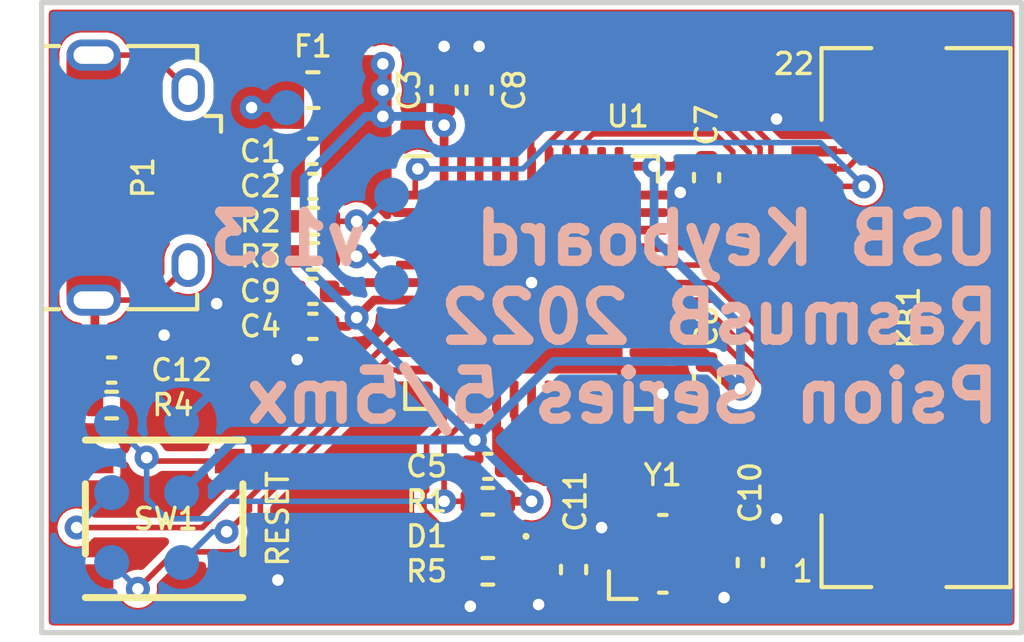
<source format=kicad_pcb>
(kicad_pcb (version 20211014) (generator pcbnew)
  (layers (0 "F.Cu" signal) (31 "B.Cu" signal) (34 "B.Paste" user) (35 "F.Paste" user) (36 "B.SilkS" user "B.Silkscreen") (37 "F.SilkS" user "F.Silkscreen") (38 "B.Mask" user) (39 "F.Mask" user) (44 "Edge.Cuts" user))
  (net 0 "")
  (net 1 "/COL_9")
  (net 2 "/COL_8")
  (net 3 "/COL_7")
  (net 4 "/COL_6")
  (net 5 "/COL_5")
  (net 6 "/COL_4")
  (net 7 "/COL_3")
  (net 8 "/COL_2")
  (net 9 "/ROW_08")
  (net 10 "/ROW_07")
  (net 11 "/ROW_06")
  (net 12 "/COL_1")
  (net 13 "/ROW_05")
  (net 14 "/ROW_04")
  (net 15 "/ROW_03")
  (net 16 "/ROW_02")
  (net 17 "/ROW_01")
  (net 18 "+5V")
  (net 19 "GND")
  (net 20 "Net-(C10-Pad1)")
  (net 21 "/VARef")
  (net 22 "/VUCap")
  (net 23 "/MISO")
  (net 24 "/SCK")
  (net 25 "/MOSI")
  (net 26 "/RESET")
  (net 27 "/COL_12")
  (net 28 "/COL_10")
  (net 29 "/COL_11")
  (net 30 "GNDPWR")
  (net 31 "Net-(D1-Pad1)")
  (net 32 "/LED")
  (net 33 "VBUS")
  (net 34 "/BUS+")
  (net 35 "/BUS-")
  (net 36 "/D-")
  (net 37 "/D+")
  (net 38 "/TMP")
  (net 39 "Net-(C11-Pad1)")
  (footprint "Package_DFN_QFN:QFN-44-1EP_7x7mm_P0.5mm_EP5.2x5.2mm" (layer "F.Cu") (at 163 106)
    (fp_text reference "U1" (at 2.75 -4.75) (layer "F.SilkS") (effects (font (size 0.6 0.6) (thickness 0.1))))
    (fp_text value "ATMEGA32U4-QFN44")
    (pad "1" smd roundrect (at -3.3375 -2.5) (size 1.075 0.25) (layers "F.Cu" "F.Paste" "F.Mask") (net 10 "/ROW_07"))
    (pad "2" smd roundrect (at -3.3375 -2) (size 1.075 0.25) (layers "F.Cu" "F.Paste" "F.Mask") (net 18 "+5V"))
    (pad "3" smd roundrect (at -3.3375 -1.5) (size 1.075 0.25) (layers "F.Cu" "F.Paste" "F.Mask") (net 36 "/D-"))
    (pad "4" smd roundrect (at -3.3375 -1) (size 1.075 0.25) (layers "F.Cu" "F.Paste" "F.Mask") (net 37 "/D+"))
    (pad "5" smd roundrect (at -3.3375 -0.5) (size 1.075 0.25) (layers "F.Cu" "F.Paste" "F.Mask") (net 19 "GND"))
    (pad "6" smd roundrect (at -3.3375 0) (size 1.075 0.25) (layers "F.Cu" "F.Paste" "F.Mask") (net 22 "/VUCap"))
    (pad "7" smd roundrect (at -3.3375 0.5) (size 1.075 0.25) (layers "F.Cu" "F.Paste" "F.Mask") (net 18 "+5V"))
    (pad "8" smd roundrect (at -3.3375 1) (size 1.075 0.25) (layers "F.Cu" "F.Paste" "F.Mask") (net 38 "/TMP"))
    (pad "9" smd roundrect (at -3.3375 1.5) (size 1.075 0.25) (layers "F.Cu" "F.Paste" "F.Mask") (net 24 "/SCK"))
    (pad "10" smd roundrect (at -3.3375 2) (size 1.075 0.25) (layers "F.Cu" "F.Paste" "F.Mask") (net 25 "/MOSI"))
    (pad "11" smd roundrect (at -3.3375 2.5) (size 1.075 0.25) (layers "F.Cu" "F.Paste" "F.Mask") (net 23 "/MISO"))
    (pad "12" smd roundrect (at -2.5 3.3375) (size 0.25 1.075) (layers "F.Cu" "F.Paste" "F.Mask") (net 32 "/LED"))
    (pad "13" smd roundrect (at -2 3.3375) (size 0.25 1.075) (layers "F.Cu" "F.Paste" "F.Mask") (net 26 "/RESET"))
    (pad "14" smd roundrect (at -1.5 3.3375) (size 0.25 1.075) (layers "F.Cu" "F.Paste" "F.Mask") (net 18 "+5V"))
    (pad "15" smd roundrect (at -1 3.3375) (size 0.25 1.075) (layers "F.Cu" "F.Paste" "F.Mask") (net 19 "GND"))
    (pad "16" smd roundrect (at -0.5 3.3375) (size 0.25 1.075) (layers "F.Cu" "F.Paste" "F.Mask") (net 39 "Net-(C11-Pad1)"))
    (pad "17" smd roundrect (at 0 3.3375) (size 0.25 1.075) (layers "F.Cu" "F.Paste" "F.Mask") (net 20 "Net-(C10-Pad1)"))
    (pad "18" smd roundrect (at 0.5 3.3375) (size 0.25 1.075) (layers "F.Cu" "F.Paste" "F.Mask") (net 1 "/COL_9"))
    (pad "19" smd roundrect (at 1 3.3375) (size 0.25 1.075) (layers "F.Cu" "F.Paste" "F.Mask") (net 27 "/COL_12"))
    (pad "20" smd roundrect (at 1.5 3.3375) (size 0.25 1.075) (layers "F.Cu" "F.Paste" "F.Mask") (net 29 "/COL_11"))
    (pad "21" smd roundrect (at 2 3.3375) (size 0.25 1.075) (layers "F.Cu" "F.Paste" "F.Mask") (net 28 "/COL_10"))
    (pad "22" smd roundrect (at 2.5 3.3375) (size 0.25 1.075) (layers "F.Cu" "F.Paste" "F.Mask") (net 2 "/COL_8"))
    (pad "23" smd roundrect (at 3.3375 2.5) (size 1.075 0.25) (layers "F.Cu" "F.Paste" "F.Mask") (net 19 "GND"))
    (pad "24" smd roundrect (at 3.3375 2) (size 1.075 0.25) (layers "F.Cu" "F.Paste" "F.Mask") (net 18 "+5V"))
    (pad "25" smd roundrect (at 3.3375 1.5) (size 1.075 0.25) (layers "F.Cu" "F.Paste" "F.Mask") (net 3 "/COL_7"))
    (pad "26" smd roundrect (at 3.3375 1) (size 1.075 0.25) (layers "F.Cu" "F.Paste" "F.Mask") (net 7 "/COL_3"))
    (pad "27" smd roundrect (at 3.3375 0.5) (size 1.075 0.25) (layers "F.Cu" "F.Paste" "F.Mask") (net 6 "/COL_4"))
    (pad "28" smd roundrect (at 3.3375 0) (size 1.075 0.25) (layers "F.Cu" "F.Paste" "F.Mask") (net 5 "/COL_5"))
    (pad "29" smd roundrect (at 3.3375 -0.5) (size 1.075 0.25) (layers "F.Cu" "F.Paste" "F.Mask") (net 4 "/COL_6"))
    (pad "30" smd roundrect (at 3.3375 -1) (size 1.075 0.25) (layers "F.Cu" "F.Paste" "F.Mask") (net 8 "/COL_2"))
    (pad "31" smd roundrect (at 3.3375 -1.5) (size 1.075 0.25) (layers "F.Cu" "F.Paste" "F.Mask") (net 15 "/ROW_03"))
    (pad "32" smd roundrect (at 3.3375 -2) (size 1.075 0.25) (layers "F.Cu" "F.Paste" "F.Mask") (net 14 "/ROW_04"))
    (pad "33" smd roundrect (at 3.3375 -2.5) (size 1.075 0.25) (layers "F.Cu" "F.Paste" "F.Mask") (net 19 "GND"))
    (pad "34" smd roundrect (at 2.5 -3.3375) (size 0.25 1.075) (layers "F.Cu" "F.Paste" "F.Mask") (net 18 "+5V"))
    (pad "35" smd roundrect (at 2 -3.3375) (size 0.25 1.075) (layers "F.Cu" "F.Paste" "F.Mask") (net 19 "GND"))
    (pad "36" smd roundrect (at 1.5 -3.3375) (size 0.25 1.075) (layers "F.Cu" "F.Paste" "F.Mask") (net 13 "/ROW_05"))
    (pad "37" smd roundrect (at 1 -3.3375) (size 0.25 1.075) (layers "F.Cu" "F.Paste" "F.Mask") (net 12 "/COL_1"))
    (pad "38" smd roundrect (at 0.5 -3.3375) (size 0.25 1.075) (layers "F.Cu" "F.Paste" "F.Mask") (net 16 "/ROW_02"))
    (pad "39" smd roundrect (at 0 -3.3375) (size 0.25 1.075) (layers "F.Cu" "F.Paste" "F.Mask") (net 11 "/ROW_06"))
    (pad "40" smd roundrect (at -0.5 -3.3375) (size 0.25 1.075) (layers "F.Cu" "F.Paste" "F.Mask") (net 17 "/ROW_01"))
    (pad "41" smd roundrect (at -1 -3.3375) (size 0.25 1.075) (layers "F.Cu" "F.Paste" "F.Mask") (net 9 "/ROW_08"))
    (pad "42" smd roundrect (at -1.5 -3.3375) (size 0.25 1.075) (layers "F.Cu" "F.Paste" "F.Mask") (net 21 "/VARef"))
    (pad "43" smd roundrect (at -2 -3.3375) (size 0.25 1.075) (layers "F.Cu" "F.Paste" "F.Mask") (net 19 "GND"))
    (pad "44" smd roundrect (at -2.5 -3.3375) (size 0.25 1.075) (layers "F.Cu" "F.Paste" "F.Mask") (net 18 "+5V"))
    (pad "45" smd rect (at 0 0) (size 5.2 5.2) (layers "F.Cu" "F.Mask") (net 19 "GND"))
  )
  (footprint "Capacitor_SMD:C_0402_1005Metric" (layer "F.Cu") (at 160.5 100.5 90)
    (fp_text reference "C3" (at 0 -1 90) (layer "F.SilkS") (effects (font (size 0.6 0.6) (thickness 0.1))))
    (fp_text value "100nF")
    (pad "1" smd roundrect (at -0.48 0 90) (size 0.56 0.62) (layers "F.Cu" "F.Paste" "F.Mask") (net 18 "+5V"))
    (pad "2" smd roundrect (at 0.48 0 90) (size 0.56 0.62) (layers "F.Cu" "F.Paste" "F.Mask") (net 19 "GND"))
  )
  (footprint "USB-Keyboard-Adapter-LIBRARY:FPC_22p-JUSHUO_AFC01-S22FCC-00" (layer "F.Cu") (at 171.075 107 90)
    (fp_text reference "KB1" (at 0 2.7 90) (layer "F.SilkS") (effects (font (size 0.6 0.6) (thickness 0.1))))
    (fp_text value "KEYBOARD-PSION-5MX")
    (pad "1" smd rect (at -5.25 0 90) (size 0.3 1.3) (layers "F.Cu" "F.Paste" "F.Mask") (net 19 "GND"))
    (pad "2" smd rect (at -4.75 0 90) (size 0.3 1.3) (layers "F.Cu" "F.Paste" "F.Mask") (net 1 "/COL_9"))
    (pad "3" smd rect (at -4.25 0 90) (size 0.3 1.3) (layers "F.Cu" "F.Paste" "F.Mask") (net 27 "/COL_12"))
    (pad "4" smd rect (at -3.75 0 90) (size 0.3 1.3) (layers "F.Cu" "F.Paste" "F.Mask") (net 29 "/COL_11"))
    (pad "5" smd rect (at -3.25 0 90) (size 0.3 1.3) (layers "F.Cu" "F.Paste" "F.Mask") (net 28 "/COL_10"))
    (pad "6" smd rect (at -2.75 0 90) (size 0.3 1.3) (layers "F.Cu" "F.Paste" "F.Mask") (net 2 "/COL_8"))
    (pad "7" smd rect (at -2.25 0 90) (size 0.3 1.3) (layers "F.Cu" "F.Paste" "F.Mask") (net 3 "/COL_7"))
    (pad "8" smd rect (at -1.75 0 90) (size 0.3 1.3) (layers "F.Cu" "F.Paste" "F.Mask") (net 7 "/COL_3"))
    (pad "9" smd rect (at -1.25 0 90) (size 0.3 1.3) (layers "F.Cu" "F.Paste" "F.Mask") (net 6 "/COL_4"))
    (pad "10" smd rect (at -0.75 0 90) (size 0.3 1.3) (layers "F.Cu" "F.Paste" "F.Mask") (net 5 "/COL_5"))
    (pad "11" smd rect (at -0.25 0 90) (size 0.3 1.3) (layers "F.Cu" "F.Paste" "F.Mask") (net 4 "/COL_6"))
    (pad "12" smd rect (at 0.25 0 90) (size 0.3 1.3) (layers "F.Cu" "F.Paste" "F.Mask") (net 8 "/COL_2"))
    (pad "13" smd rect (at 0.75 0 90) (size 0.3 1.3) (layers "F.Cu" "F.Paste" "F.Mask") (net 15 "/ROW_03"))
    (pad "14" smd rect (at 1.25 0 90) (size 0.3 1.3) (layers "F.Cu" "F.Paste" "F.Mask") (net 14 "/ROW_04"))
    (pad "15" smd rect (at 1.75 0 90) (size 0.3 1.3) (layers "F.Cu" "F.Paste" "F.Mask") (net 13 "/ROW_05"))
    (pad "16" smd rect (at 2.25 0 90) (size 0.3 1.3) (layers "F.Cu" "F.Paste" "F.Mask") (net 12 "/COL_1"))
    (pad "17" smd rect (at 2.75 0 90) (size 0.3 1.3) (layers "F.Cu" "F.Paste" "F.Mask") (net 16 "/ROW_02"))
    (pad "18" smd rect (at 3.25 0 90) (size 0.3 1.3) (layers "F.Cu" "F.Paste" "F.Mask") (net 11 "/ROW_06"))
    (pad "19" smd rect (at 3.75 0 90) (size 0.3 1.3) (layers "F.Cu" "F.Paste" "F.Mask") (net 10 "/ROW_07"))
    (pad "20" smd rect (at 4.25 0 90) (size 0.3 1.3) (layers "F.Cu" "F.Paste" "F.Mask") (net 9 "/ROW_08"))
    (pad "21" smd rect (at 4.75 0 90) (size 0.3 1.3) (layers "F.Cu" "F.Paste" "F.Mask") (net 17 "/ROW_01"))
    (pad "22" smd rect (at 5.25 0 90) (size 0.3 1.3) (layers "F.Cu" "F.Paste" "F.Mask") (net 19 "GND"))
    (pad "MP" smd rect (at -7.1 2.68 90) (size 2 1.6) (layers "F.Cu" "F.Paste" "F.Mask"))
    (pad "MP" smd rect (at 7.1 2.68 90) (size 2 1.6) (layers "F.Cu" "F.Paste" "F.Mask"))
  )
  (footprint "Capacitor_SMD:C_0402_1005Metric" (layer "F.Cu") (at 156.75 102.25 180)
    (fp_text reference "C1" (at 1.5 0 180) (layer "F.SilkS") (effects (font (size 0.6 0.6) (thickness 0.1))))
    (fp_text value "1uF")
    (pad "1" smd roundrect (at -0.48 0 180) (size 0.56 0.62) (layers "F.Cu" "F.Paste" "F.Mask") (net 18 "+5V"))
    (pad "2" smd roundrect (at 0.48 0 180) (size 0.56 0.62) (layers "F.Cu" "F.Paste" "F.Mask") (net 19 "GND"))
  )
  (footprint "Capacitor_SMD:C_0402_1005Metric" (layer "F.Cu") (at 156.75 103.25 180)
    (fp_text reference "C2" (at 1.5 0 180) (layer "F.SilkS") (effects (font (size 0.6 0.6) (thickness 0.1))))
    (fp_text value "100nF")
    (pad "1" smd roundrect (at -0.48 0 180) (size 0.56 0.62) (layers "F.Cu" "F.Paste" "F.Mask") (net 18 "+5V"))
    (pad "2" smd roundrect (at 0.48 0 180) (size 0.56 0.62) (layers "F.Cu" "F.Paste" "F.Mask") (net 19 "GND"))
  )
  (footprint "Capacitor_SMD:C_0402_1005Metric" (layer "F.Cu") (at 156.75 107.25 180)
    (fp_text reference "C4" (at 1.5 0 180) (layer "F.SilkS") (effects (font (size 0.6 0.6) (thickness 0.1))))
    (fp_text value "100nF")
    (pad "1" smd roundrect (at -0.48 0 180) (size 0.56 0.62) (layers "F.Cu" "F.Paste" "F.Mask") (net 18 "+5V"))
    (pad "2" smd roundrect (at 0.48 0 180) (size 0.56 0.62) (layers "F.Cu" "F.Paste" "F.Mask") (net 19 "GND"))
  )
  (footprint "Capacitor_SMD:C_0402_1005Metric" (layer "F.Cu") (at 161.75 111.25)
    (fp_text reference "C5" (at -1.75 0) (layer "F.SilkS") (effects (font (size 0.6 0.6) (thickness 0.1))))
    (fp_text value "100nF")
    (pad "1" smd roundrect (at -0.48 0) (size 0.56 0.62) (layers "F.Cu" "F.Paste" "F.Mask") (net 18 "+5V"))
    (pad "2" smd roundrect (at 0.48 0) (size 0.56 0.62) (layers "F.Cu" "F.Paste" "F.Mask") (net 19 "GND"))
  )
  (footprint "Capacitor_SMD:C_0402_1005Metric" (layer "F.Cu") (at 168 108.75 -90)
    (fp_text reference "C6" (at -1.5 0 -90) (layer "F.SilkS") (effects (font (size 0.6 0.6) (thickness 0.1))))
    (fp_text value "100nF")
    (pad "1" smd roundrect (at -0.48 0 270) (size 0.56 0.62) (layers "F.Cu" "F.Paste" "F.Mask") (net 18 "+5V"))
    (pad "2" smd roundrect (at 0.48 0 270) (size 0.56 0.62) (layers "F.Cu" "F.Paste" "F.Mask") (net 19 "GND"))
  )
  (footprint "Capacitor_SMD:C_0402_1005Metric" (layer "F.Cu") (at 168 103 -90)
    (fp_text reference "C7" (at -1.5 0 -90) (layer "F.SilkS") (effects (font (size 0.6 0.6) (thickness 0.1))))
    (fp_text value "100nF")
    (pad "1" smd roundrect (at -0.48 0 270) (size 0.56 0.62) (layers "F.Cu" "F.Paste" "F.Mask") (net 18 "+5V"))
    (pad "2" smd roundrect (at 0.48 0 270) (size 0.56 0.62) (layers "F.Cu" "F.Paste" "F.Mask") (net 19 "GND"))
  )
  (footprint "Capacitor_SMD:C_0402_1005Metric" (layer "F.Cu") (at 164.2 114.2 -90)
    (fp_text reference "C11" (at -1.95 -0.05 -90) (layer "F.SilkS") (effects (font (size 0.6 0.6) (thickness 0.1))))
    (fp_text value "6.2pF" hide)
    (pad "1" smd roundrect (at -0.48 0 270) (size 0.56 0.62) (layers "F.Cu" "F.Paste" "F.Mask") (net 39 "Net-(C11-Pad1)"))
    (pad "2" smd roundrect (at 0.48 0 270) (size 0.56 0.62) (layers "F.Cu" "F.Paste" "F.Mask") (net 19 "GND"))
  )
  (footprint "Capacitor_SMD:C_0402_1005Metric" (layer "F.Cu") (at 161.5 100.5 90)
    (fp_text reference "C8" (at 0 1 90) (layer "F.SilkS") (effects (font (size 0.6 0.6) (thickness 0.1))))
    (fp_text value "100nF")
    (pad "1" smd roundrect (at -0.48 0 90) (size 0.56 0.62) (layers "F.Cu" "F.Paste" "F.Mask") (net 21 "/VARef"))
    (pad "2" smd roundrect (at 0.48 0 90) (size 0.56 0.62) (layers "F.Cu" "F.Paste" "F.Mask") (net 19 "GND"))
  )
  (footprint "Capacitor_SMD:C_0402_1005Metric" (layer "F.Cu") (at 169.25 114 -90)
    (fp_text reference "C10" (at -2 0 90) (layer "F.SilkS") (effects (font (size 0.6 0.6) (thickness 0.1))))
    (fp_text value "6.2pF" hide)
    (pad "1" smd roundrect (at -0.48 0 270) (size 0.56 0.62) (layers "F.Cu" "F.Paste" "F.Mask") (net 20 "Net-(C10-Pad1)"))
    (pad "2" smd roundrect (at 0.48 0 270) (size 0.56 0.62) (layers "F.Cu" "F.Paste" "F.Mask") (net 19 "GND"))
  )
  (footprint "Capacitor_SMD:C_0402_1005Metric" (layer "F.Cu") (at 156.75 106.25 180)
    (fp_text reference "C9" (at 1.5 0 180) (layer "F.SilkS") (effects (font (size 0.6 0.6) (thickness 0.1))))
    (fp_text value "1uF")
    (pad "1" smd roundrect (at -0.48 0 180) (size 0.56 0.62) (layers "F.Cu" "F.Paste" "F.Mask") (net 22 "/VUCap"))
    (pad "2" smd roundrect (at 0.48 0 180) (size 0.56 0.62) (layers "F.Cu" "F.Paste" "F.Mask") (net 19 "GND"))
  )
  (footprint "Resistor_SMD:R_0402_1005Metric" (layer "F.Cu") (at 156.75 104.25)
    (fp_text reference "R2" (at -1.5 0) (layer "F.SilkS") (effects (font (size 0.6 0.6) (thickness 0.1))))
    (fp_text value "22")
    (pad "1" smd roundrect (at -0.51 0) (size 0.54 0.64) (layers "F.Cu" "F.Paste" "F.Mask") (net 35 "/BUS-"))
    (pad "2" smd roundrect (at 0.51 0) (size 0.54 0.64) (layers "F.Cu" "F.Paste" "F.Mask") (net 36 "/D-"))
  )
  (footprint "Resistor_SMD:R_0402_1005Metric" (layer "F.Cu") (at 156.75 105.25 180)
    (fp_text reference "R3" (at 1.5 0 180) (layer "F.SilkS") (effects (font (size 0.6 0.6) (thickness 0.1))))
    (fp_text value "22")
    (pad "1" smd roundrect (at -0.51 0 180) (size 0.54 0.64) (layers "F.Cu" "F.Paste" "F.Mask") (net 37 "/D+"))
    (pad "2" smd roundrect (at 0.51 0 180) (size 0.54 0.64) (layers "F.Cu" "F.Paste" "F.Mask") (net 34 "/BUS+"))
  )
  (footprint "Resistor_SMD:R_0402_1005Metric" (layer "F.Cu") (at 161.75 112.25 180)
    (fp_text reference "R1" (at 1.75 0 180) (layer "F.SilkS") (effects (font (size 0.6 0.6) (thickness 0.1))))
    (fp_text value "10k")
    (pad "1" smd roundrect (at -0.51 0 180) (size 0.54 0.64) (layers "F.Cu" "F.Paste" "F.Mask") (net 18 "+5V"))
    (pad "2" smd roundrect (at 0.51 0 180) (size 0.54 0.64) (layers "F.Cu" "F.Paste" "F.Mask") (net 26 "/RESET"))
  )
  (footprint "Capacitor_SMD:C_0402_1005Metric" (layer "F.Cu") (at 151 108.5 180)
    (fp_text reference "C12" (at -2 0 180) (layer "F.SilkS") (effects (font (size 0.6 0.6) (thickness 0.1))))
    (fp_text value "4.7nF")
    (pad "1" smd roundrect (at -0.48 0 180) (size 0.56 0.62) (layers "F.Cu" "F.Paste" "F.Mask") (net 19 "GND"))
    (pad "2" smd roundrect (at 0.48 0 180) (size 0.56 0.62) (layers "F.Cu" "F.Paste" "F.Mask") (net 30 "GNDPWR"))
  )
  (footprint "Fuse:Fuse_0603_1608Metric" (layer "F.Cu") (at 156.75 100.5)
    (fp_text reference "F1" (at 0 -1.25) (layer "F.SilkS") (effects (font (size 0.6 0.6) (thickness 0.1))))
    (fp_text value "500mA")
    (pad "1" smd roundrect (at -0.7875 0) (size 0.875 0.95) (layers "F.Cu" "F.Paste" "F.Mask") (net 33 "VBUS"))
    (pad "2" smd roundrect (at 0.7875 0) (size 0.875 0.95) (layers "F.Cu" "F.Paste" "F.Mask") (net 18 "+5V"))
  )
  (footprint "RB-SMD-Switches:ALPS-SKRMAAE010" (layer "F.Cu") (at 152.5 112.75 90)
    (fp_text reference "SW1" (at 0 0.05 180) (layer "F.SilkS") (effects (font (size 0.6 0.6) (thickness 0.1))))
    (fp_text value "RESET" (at 0 3.25 90) (layer "F.SilkS") (effects (font (size 0.6 0.6) (thickness 0.1))))
    (pad "1" smd rect locked (at -1.65 1.875 180) (size 0.85 0.7) (layers "F.Cu" "F.Paste" "F.Mask") (net 19 "GND"))
    (pad "2" smd rect locked (at 1.65 1.875 180) (size 0.85 0.7) (layers "F.Cu" "F.Paste" "F.Mask") (net 26 "/RESET"))
    (pad "3" smd rect locked (at 1.65 -1.875 180) (size 0.85 0.7) (layers "F.Cu" "F.Paste" "F.Mask"))
    (pad "4" smd rect locked (at -1.65 -1.875 180) (size 0.85 0.7) (layers "F.Cu" "F.Paste" "F.Mask"))
  )
  (footprint "Resistor_SMD:R_0402_1005Metric" (layer "F.Cu") (at 161.75 114.25)
    (fp_text reference "R5" (at -1.75 0) (layer "F.SilkS") (effects (font (size 0.6 0.6) (thickness 0.1))))
    (fp_text value "1k")
    (pad "1" smd roundrect (at -0.51 0) (size 0.54 0.64) (layers "F.Cu" "F.Paste" "F.Mask") (net 19 "GND"))
    (pad "2" smd roundrect (at 0.51 0) (size 0.54 0.64) (layers "F.Cu" "F.Paste" "F.Mask") (net 31 "Net-(D1-Pad1)"))
  )
  (footprint "Connector_USB:USB_Micro-B_Amphenol_10118194_Horizontal" (layer "F.Cu") (at 151.785 103 -90)
    (fp_text reference "P1" (at 0 -0.115 90) (layer "F.SilkS") (effects (font (size 0.6 0.6) (thickness 0.1))))
    (fp_text value "USB_OTG" hide)
    (pad "1" smd rect locked (at -1.3 -1.4 270) (size 0.4 1.35) (layers "F.Cu" "F.Paste" "F.Mask") (net 33 "VBUS"))
    (pad "2" smd rect locked (at -0.65 -1.4 270) (size 0.4 1.35) (layers "F.Cu" "F.Paste" "F.Mask") (net 35 "/BUS-"))
    (pad "3" smd rect locked (at 0 -1.4 270) (size 0.4 1.35) (layers "F.Cu" "F.Paste" "F.Mask") (net 34 "/BUS+"))
    (pad "4" smd rect locked (at 0.65 -1.4 270) (size 0.4 1.35) (layers "F.Cu" "F.Paste" "F.Mask"))
    (pad "5" smd rect locked (at 1.3 -1.4 270) (size 0.4 1.35) (layers "F.Cu" "F.Paste" "F.Mask") (net 19 "GND"))
    (pad "6" thru_hole oval locked (at -3.5 1.3 270) (size 0.89 1.55) (drill oval 0.5 1.15) (layers *.Cu *.Mask) (net 30 "GNDPWR"))
    (pad "6" smd rect locked (at 1 1.3 270) (size 1.5 1.55) (layers "F.Cu" "F.Paste" "F.Mask") (net 30 "GNDPWR"))
    (pad "6" smd rect locked (at 2.9 1.3 270) (size 1.2 1.55) (layers "F.Cu" "F.Paste" "F.Mask") (net 30 "GNDPWR"))
    (pad "6" thru_hole oval locked (at 3.5 1.3 270) (size 0.89 1.55) (drill oval 0.5 1.15) (layers *.Cu *.Mask) (net 30 "GNDPWR"))
    (pad "6" smd rect locked (at -1 1.3 270) (size 1.5 1.55) (layers "F.Cu" "F.Paste" "F.Mask") (net 30 "GNDPWR"))
    (pad "6" thru_hole oval locked (at -2.5 -1.4 270) (size 1.25 0.95) (drill oval 0.85 0.55) (layers *.Cu *.Mask) (net 30 "GNDPWR"))
    (pad "6" thru_hole oval locked (at 2.5 -1.4 270) (size 1.25 0.95) (drill oval 0.85 0.55) (layers *.Cu *.Mask) (net 30 "GNDPWR"))
    (pad "6" smd rect locked (at -2.9 1.3 270) (size 1.2 1.55) (layers "F.Cu" "F.Paste" "F.Mask") (net 30 "GNDPWR"))
  )
  (footprint "Resistor_SMD:R_0402_1005Metric" (layer "F.Cu") (at 151 109.5 180)
    (fp_text reference "R4" (at -1.75 0 180) (layer "F.SilkS") (effects (font (size 0.6 0.6) (thickness 0.1))))
    (fp_text value "1M")
    (pad "1" smd roundrect (at -0.51 0 180) (size 0.54 0.64) (layers "F.Cu" "F.Paste" "F.Mask") (net 19 "GND"))
    (pad "2" smd roundrect (at 0.51 0 180) (size 0.54 0.64) (layers "F.Cu" "F.Paste" "F.Mask") (net 30 "GNDPWR"))
  )
  (footprint "LED_SMD:LED_0402_1005Metric" (layer "F.Cu") (at 161.75 113.25 180)
    (fp_text reference "D1" (at 1.75 0 180) (layer "F.SilkS") (effects (font (size 0.6 0.6) (thickness 0.1))))
    (fp_text value "STATUS" hide)
    (pad "1" smd roundrect (at -0.485 0 180) (size 0.59 0.64) (layers "F.Cu" "F.Paste" "F.Mask") (net 31 "Net-(D1-Pad1)"))
    (pad "2" smd roundrect (at 0.485 0 180) (size 0.59 0.64) (layers "F.Cu" "F.Paste" "F.Mask") (net 32 "/LED"))
  )
  (footprint "Crystal:Crystal_SMD_Abracon_ABM10-4Pin_2.5x2.0mm" (layer "F.Cu") (at 166.75 113.75 90)
    (fp_text reference "Y1" (at 2.25 0 180) (layer "F.SilkS") (effects (font (size 0.6 0.6) (thickness 0.1))))
    (fp_text value "16MHz" hide)
    (pad "1" smd rect (at -0.625 -0.825 90) (size 0.8 0.9) (layers "F.Cu" "F.Paste" "F.Mask") (net 39 "Net-(C11-Pad1)"))
    (pad "2" smd rect (at -0.625 0.825 90) (size 0.8 0.9) (layers "F.Cu" "F.Paste" "F.Mask") (net 19 "GND"))
    (pad "3" smd rect (at 0.625 0.825 90) (size 0.8 0.9) (layers "F.Cu" "F.Paste" "F.Mask") (net 20 "Net-(C10-Pad1)"))
    (pad "4" smd rect (at 0.625 -0.825 90) (size 0.8 0.9) (layers "F.Cu" "F.Paste" "F.Mask") (net 19 "GND"))
  )
  (footprint "RB-SMD-Connectors:TESTPOINT-1mm-NO_TEXT" (layer "B.Cu") (at 151 112 180)
    (fp_text reference "J2" hide)
    (fp_text value "SCK")
    (pad "1" smd circle locked (at 0 0 180) (size 1 1) (layers "B.Cu" "B.Mask") (net 24 "/SCK"))
  )
  (footprint "RB-SMD-Connectors:TESTPOINT-1mm-NO_TEXT" (layer "B.Cu") (at 153 112 180)
    (fp_text reference "J6" hide)
    (fp_text value "5V")
    (pad "1" smd circle locked (at 0 0 180) (size 1 1) (layers "B.Cu" "B.Mask") (net 18 "+5V"))
  )
  (footprint "RB-SMD-Connectors:TESTPOINT-1mm-NO_TEXT" (layer "B.Cu") (at 153 110 180)
    (fp_text reference "J9" hide)
    (fp_text value "GND")
    (pad "1" smd circle locked (at 0 0 180) (size 1 1) (layers "B.Cu" "B.Mask") (net 19 "GND"))
  )
  (footprint "RB-SMD-Connectors:TESTPOINT-1mm-NO_TEXT" (layer "B.Cu") (at 151 114 180)
    (fp_text reference "J3" hide)
    (fp_text value "MISO")
    (pad "1" smd circle locked (at 0 0 180) (size 1 1) (layers "B.Cu" "B.Mask") (net 23 "/MISO"))
  )
  (footprint "RB-SMD-Connectors:TESTPOINT-1mm-NO_TEXT" (layer "B.Cu") (at 151 110 180)
    (fp_text reference "J1" hide)
    (fp_text value "RESET")
    (pad "1" smd circle locked (at 0 0 180) (size 1 1) (layers "B.Cu" "B.Mask") (net 26 "/RESET"))
  )
  (footprint "RB-SMD-Connectors:TESTPOINT-1mm-NO_TEXT" (layer "B.Cu") (at 159 106)
    (fp_text reference "J8" hide)
    (fp_text value "D+")
    (pad "1" smd circle locked (at 0 0) (size 1 1) (layers "B.Cu" "B.Mask") (net 37 "/D+"))
  )
  (footprint "RB-SMD-Connectors:TESTPOINT-1mm-NO_TEXT" (layer "B.Cu") (at 159 103.5)
    (fp_text reference "J7" hide)
    (fp_text value "D-")
    (pad "1" smd circle locked (at 0 0) (size 1 1) (layers "B.Cu" "B.Mask") (net 36 "/D-"))
  )
  (footprint "RB-SMD-Connectors:TESTPOINT-1mm-NO_TEXT" (layer "B.Cu") (at 156 101)
    (fp_text reference "J5" hide)
    (fp_text value "VBUS")
    (pad "1" smd circle locked (at 0 0) (size 1 1) (layers "B.Cu" "B.Mask") (net 33 "VBUS"))
  )
  (footprint "RB-SMD-Connectors:TESTPOINT-1mm-NO_TEXT" (layer "B.Cu") (at 153 114 180)
    (fp_text reference "J4" hide)
    (fp_text value "MOSI")
    (pad "1" smd circle locked (at 0 0 180) (size 1 1) (layers "B.Cu" "B.Mask") (net 25 "/MOSI"))
  )
  (gr_line (start 177 98) (end 177 116) (layer "Edge.Cuts") (width 0.15))
  (gr_line (start 149 98) (end 177 98) (layer "Edge.Cuts") (width 0.15))
  (gr_line (start 177 116) (end 149 116) (layer "Edge.Cuts") (width 0.15))
  (gr_line (start 149 116) (end 149 98) (layer "Edge.Cuts") (width 0.15))
  (gr_text "USB Keyboard   v1.3\nRasmusB 2022\nPsion Series 5/5mx\n" (at 176.5 107) (layer "B.SilkS") (effects (font (size 1.4 1.4) (thickness 0.3)) (justify left mirror)))
  (gr_text "22" (at 170.5 99.75) (layer "F.SilkS") (effects (font (size 0.6 0.6) (thickness 0.1))))
  (gr_text "1" (at 170.75 114.25) (layer "F.SilkS") (effects (font (size 0.6 0.6) (thickness 0.1))))
  (segment (start 163.5 110.1) (end 163.5 109.325) (width 0.16) (layer "F.Cu") (net 1))
  (segment (start 165.15 111.75) (end 163.5 110.1) (width 0.16) (layer "F.Cu") (net 1))
  (segment (start 171.075 111.75) (end 165.15 111.75) (width 0.16) (layer "F.Cu") (net 1))
  (segment (start 165.5 109.75) (end 171.075 109.75) (width 0.16) (layer "F.Cu") (net 2))
  (segment (start 166.325 107.5) (end 168.25 107.5) (width 0.16) (layer "F.Cu") (net 3))
  (segment (start 170 109.25) (end 168.25 107.5) (width 0.16) (layer "F.Cu") (net 3))
  (segment (start 171.075 109.25) (end 170 109.25) (width 0.16) (layer "F.Cu") (net 3))
  (segment (start 166.325 105.5) (end 168.25 105.5) (width 0.16) (layer "F.Cu") (net 4))
  (segment (start 170 107.25) (end 171.075 107.25) (width 0.16) (layer "F.Cu") (net 4))
  (segment (start 170 107.25) (end 168.25 105.5) (width 0.16) (layer "F.Cu") (net 4))
  (segment (start 169.941814 107.75) (end 168.191814 106) (width 0.16) (layer "F.Cu") (net 5))
  (segment (start 166.325 106) (end 168.191814 106) (width 0.16) (layer "F.Cu") (net 5))
  (segment (start 169.941814 107.75) (end 171.075 107.75) (width 0.16) (layer "F.Cu") (net 5))
  (segment (start 166.325 106.5) (end 168.25 106.5) (width 0.16) (layer "F.Cu") (net 6))
  (segment (start 170 108.25) (end 168.25 106.5) (width 0.16) (layer "F.Cu") (net 6))
  (segment (start 170 108.25) (end 171.075 108.25) (width 0.16) (layer "F.Cu") (net 6))
  (segment (start 166.325 107) (end 168.25 107) (width 0.16) (layer "F.Cu") (net 7))
  (segment (start 171.075 108.75) (end 170 108.75) (width 0.16) (layer "F.Cu") (net 7))
  (segment (start 170 108.75) (end 168.25 107) (width 0.16) (layer "F.Cu") (net 7))
  (segment (start 170 106.75) (end 168.25 105) (width 0.16) (layer "F.Cu") (net 8))
  (segment (start 170 106.75) (end 171.075 106.75) (width 0.16) (layer "F.Cu") (net 8))
  (segment (start 168.25 105) (end 166.325 105) (width 0.16) (layer "F.Cu") (net 8))
  (segment (start 172.562402 101.370598) (end 172.562402 102.187598) (width 0.16) (layer "F.Cu") (net 9))
  (segment (start 163.8748 100.1252) (end 171.317004 100.1252) (width 0.16) (layer "F.Cu") (net 9))
  (segment (start 162 102) (end 163.8748 100.1252) (width 0.16) (layer "F.Cu") (net 9))
  (segment (start 172.562402 102.187598) (end 172 102.75) (width 0.16) (layer "F.Cu") (net 9))
  (segment (start 172 102.75) (end 171.075 102.75) (width 0.16) (layer "F.Cu") (net 9))
  (segment (start 171.317004 100.1252) (end 172.562402 101.370598) (width 0.16) (layer "F.Cu") (net 9))
  (segment (start 162 102.6625) (end 162 102) (width 0.16) (layer "F.Cu") (net 9))
  (segment (start 159.675 102.825) (end 159.75 102.75) (width 0.16) (layer "F.Cu") (net 10))
  (segment (start 172.5 103.25) (end 171.075 103.25) (width 0.16) (layer "F.Cu") (net 10))
  (segment (start 159.675 103.5) (end 159.675 102.825) (width 0.16) (layer "F.Cu") (net 10))
  (via (at 172.5 103.25) (size 0.6858) (drill 0.3302) (layers "F.Cu" "B.Cu") (net 10))
  (via (at 159.75 102.75) (size 0.6858) (drill 0.3302) (layers "F.Cu" "B.Cu") (net 10))
  (segment (start 163.5 102) (end 162.75 102.75) (width 0.16) (layer "B.Cu") (net 10))
  (segment (start 172.5 103.25) (end 171.25 102) (width 0.16) (layer "B.Cu") (net 10))
  (segment (start 162.75 102.75) (end 159.75 102.75) (width 0.16) (layer "B.Cu") (net 10))
  (segment (start 171.25 102) (end 163.5 102) (width 0.16) (layer "B.Cu") (net 10))
  (segment (start 169.839888 102.026124) (end 169.839888 103.589888) (width 0.16) (layer "F.Cu") (net 11))
  (segment (start 168.563764 100.75) (end 169.839888 102.026124) (width 0.16) (layer "F.Cu") (net 11))
  (segment (start 170 103.75) (end 171.075 103.75) (width 0.16) (layer "F.Cu") (net 11))
  (segment (start 163 101.9418) (end 164.1918 100.75) (width 0.16) (layer "F.Cu") (net 11))
  (segment (start 169.839888 103.589888) (end 170 103.75) (width 0.16) (layer "F.Cu") (net 11))
  (segment (start 163 102.6625) (end 163 101.9418) (width 0.16) (layer "F.Cu") (net 11))
  (segment (start 164.1918 100.75) (end 168.563764 100.75) (width 0.16) (layer "F.Cu") (net 11))
  (segment (start 169.215068 103.965068) (end 170 104.75) (width 0.16) (layer "F.Cu") (net 12))
  (segment (start 164 102.6625) (end 164 102) (width 0.16) (layer "F.Cu") (net 12))
  (segment (start 164.5624 101.4376) (end 168.367736 101.4376) (width 0.16) (layer "F.Cu") (net 12))
  (segment (start 169.215068 102.284932) (end 169.215068 103.965068) (width 0.16) (layer "F.Cu") (net 12))
  (segment (start 170 104.75) (end 171.075 104.75) (width 0.16) (layer "F.Cu") (net 12))
  (segment (start 164 102) (end 164.5624 101.4376) (width 0.16) (layer "F.Cu") (net 12))
  (segment (start 168.367736 101.4376) (end 169.215068 102.284932) (width 0.16) (layer "F.Cu") (net 12))
  (segment (start 170 105.25) (end 171.075 105.25) (width 0.16) (layer "F.Cu") (net 13))
  (segment (start 164.5 102.6625) (end 164.5 102) (width 0.16) (layer "F.Cu") (net 13))
  (segment (start 168.75 104) (end 170 105.25) (width 0.16) (layer "F.Cu") (net 13))
  (segment (start 168.75 102.261678) (end 168.75 104) (width 0.16) (layer "F.Cu") (net 13))
  (segment (start 164.5 102) (end 164.75 101.75) (width 0.16) (layer "F.Cu") (net 13))
  (segment (start 164.75 101.75) (end 168.238322 101.75) (width 0.16) (layer "F.Cu") (net 13))
  (segment (start 168.238322 101.75) (end 168.75 102.261678) (width 0.16) (layer "F.Cu") (net 13))
  (segment (start 169.941122 105.75) (end 171.075 105.75) (width 0.16) (layer "F.Cu") (net 14))
  (segment (start 168.191122 104) (end 166.325 104) (width 0.16) (layer "F.Cu") (net 14))
  (segment (start 169.941122 105.75) (end 168.191122 104) (width 0.16) (layer "F.Cu") (net 14))
  (segment (start 170 106.25) (end 168.25 104.5) (width 0.16) (layer "F.Cu") (net 15))
  (segment (start 168.25 104.5) (end 166.325 104.5) (width 0.16) (layer "F.Cu") (net 15))
  (segment (start 170 106.25) (end 171.075 106.25) (width 0.16) (layer "F.Cu") (net 15))
  (segment (start 164.3748 101.1252) (end 168.497148 101.1252) (width 0.16) (layer "F.Cu") (net 16))
  (segment (start 163.5 102) (end 164.3748 101.1252) (width 0.16) (layer "F.Cu") (net 16))
  (segment (start 169.527478 102.15553) (end 169.527478 103.777478) (width 0.16) (layer "F.Cu") (net 16))
  (segment (start 168.497148 101.1252) (end 169.527478 102.15553) (width 0.16) (layer "F.Cu") (net 16))
  (segment (start 163.5 102.6625) (end 163.5 102) (width 0.16) (layer "F.Cu") (net 16))
  (segment (start 170 104.25) (end 171.075 104.25) (width 0.16) (layer "F.Cu") (net 16))
  (segment (start 169.527478 103.777478) (end 170 104.25) (width 0.16) (layer "F.Cu") (net 16))
  (segment (start 172.25 101.5) (end 172.25 102) (width 0.16) (layer "F.Cu") (net 17))
  (segment (start 164.0624 100.4376) (end 171.187604 100.4376) (width 0.16) (layer "F.Cu") (net 17))
  (segment (start 172 101.25) (end 172.25 101.5) (width 0.16) (layer "F.Cu") (net 17))
  (segment (start 171.187604 100.4376) (end 172 101.249996) (width 0.16) (layer "F.Cu") (net 17))
  (segment (start 172.25 102) (end 172 102.25) (width 0.16) (layer "F.Cu") (net 17))
  (segment (start 172 102.25) (end 171.075 102.25) (width 0.16) (layer "F.Cu") (net 17))
  (segment (start 162.5 102.6625) (end 162.5 102) (width 0.16) (layer "F.Cu") (net 17))
  (segment (start 162.5 102) (end 164.0624 100.4376) (width 0.16) (layer "F.Cu") (net 17))
  (segment (start 172 101.249996) (end 172 101.25) (width 0.16) (layer "F.Cu") (net 17))
  (segment (start 160.5 101.75) (end 160.5 102.675) (width 0.25) (layer "F.Cu") (net 18))
  (segment (start 161.5 111.05) (end 161.3 111.25) (width 0.25) (layer "F.Cu") (net 18))
  (segment (start 157.75 107.25) (end 158 107) (width 0.25) (layer "F.Cu") (net 18))
  (segment (start 158.5 106.5) (end 158 107) (width 0.25) (layer "F.Cu") (net 18))
  (segment (start 160.5 101.5) (end 160.5 101.75) (width 0.25) (layer "F.Cu") (net 18))
  (segment (start 167.2 102.55) (end 168 102.55) (width 0.25) (layer "F.Cu") (net 18))
  (segment (start 167.93711 108) (end 166.325 108) (width 0.25) (layer "F.Cu") (net 18))
  (segment (start 159.675 104) (end 159.125678 104) (width 0.25) (layer "F.Cu") (net 18))
  (segment (start 168.731445 109.031445) (end 168 108.3) (width 0.25) (layer "F.Cu") (net 18))
  (segment (start 165.5 102.675) (end 166.5 102.675) (width 0.25) (layer "F.Cu") (net 18))
  (segment (start 157.75 107.25) (end 157.2 107.25) (width 0.25) (layer "F.Cu") (net 18))
  (segment (start 157.2 102.25) (end 157.2 103.25) (width 0.25) (layer "F.Cu") (net 18))
  (segment (start 158.375678 103.25) (end 157.2 103.25) (width 0.25) (layer "F.Cu") (net 18))
  (segment (start 163 112.25) (end 162.2 112.25) (width 0.25) (layer "F.Cu") (net 18))
  (segment (start 167.075 102.675) (end 167.2 102.55) (width 0.25) (layer "F.Cu") (net 18))
  (segment (start 160.5 100.95) (end 160.5 101.5) (width 0.25) (layer "F.Cu") (net 18))
  (segment (start 168.968555 109.031445) (end 167.93711 108) (width 0.25) (layer "F.Cu") (net 18))
  (segment (start 159.675 106.5) (end 158.5 106.5) (width 0.25) (layer "F.Cu") (net 18))
  (segment (start 161.5 110.5) (end 161.3797 110.5) (width 0.25) (layer "F.Cu") (net 18))
  (segment (start 161.5 110.5) (end 161.5 111.05) (width 0.25) (layer "F.Cu") (net 18))
  (segment (start 166.5 102.675) (end 167.075 102.675) (width 0.25) (layer "F.Cu") (net 18))
  (segment (start 159.125678 104) (end 158.375678 103.25) (width 0.25) (layer "F.Cu") (net 18))
  (segment (start 161.5 109.325) (end 161.5 110.5) (width 0.25) (layer "F.Cu") (net 18))
  (segment (start 158.75 100.5) (end 157.55 100.5) (width 0.25) (layer "F.Cu") (net 18))
  (segment (start 168.968555 109.031445) (end 168.731445 109.031445) (width 0.25) (layer "F.Cu") (net 18))
  (via (at 158.75 99.75) (size 0.6858) (drill 0.3302) (layers "F.Cu" "B.Cu") (net 18))
  (via (at 168.968555 109.031445) (size 0.6858) (drill 0.3302) (layers "F.Cu" "B.Cu") (net 18))
  (via (at 163 112.25) (size 0.6858) (drill 0.3302) (layers "F.Cu" "B.Cu") (net 18))
  (via (at 158 107) (size 0.6858) (drill 0.3302) (layers "F.Cu" "B.Cu") (net 18))
  (via (at 158.75 101.25) (size 0.6858) (drill 0.3302) (layers "F.Cu" "B.Cu") (net 18))
  (via (at 161.3797 110.5) (size 0.6858) (drill 0.3302) (layers "F.Cu" "B.Cu") (net 18))
  (via (at 160.5 101.5) (size 0.6858) (drill 0.3302) (layers "F.Cu" "B.Cu") (net 18))
  (via (at 166.5 102.675) (size 0.6858) (drill 0.3302) (layers "F.Cu" "B.Cu") (net 18))
  (via (at 158.75 100.5) (size 0.6858) (drill 0.3302) (layers "F.Cu" "B.Cu") (net 18))
  (segment (start 160.25 101.25) (end 158.75 101.25) (width 0.25) (layer "B.Cu") (net 18))
  (segment (start 156.5 105.5) (end 158 107) (width 0.25) (layer "B.Cu") (net 18))
  (segment (start 161.3797 110.5) (end 158 107.1203) (width 0.25) (layer "B.Cu") (net 18))
  (segment (start 168.18711 108.25) (end 163.6297 108.25) (width 0.25) (layer "B.Cu") (net 18))
  (segment (start 153 112) (end 154.5 110.5) (width 0.25) (layer "B.Cu") (net 18))
  (segment (start 168.968555 109.031445) (end 168.18711 108.25) (width 0.25) (layer "B.Cu") (net 18))
  (segment (start 163.6297 108.25) (end 161.3797 110.5) (width 0.25) (layer "B.Cu") (net 18))
  (segment (start 156.5 103.015067) (end 156.5 105.5) (width 0.25) (layer "B.Cu") (net 18))
  (segment (start 166.5 104.75) (end 166.5 102.675) (width 0.25) (layer "B.Cu") (net 18))
  (segment (start 168.968555 107.218555) (end 166.5 104.75) (width 0.25) (layer "B.Cu") (net 18))
  (segment (start 158.75 101.25) (end 158.75 100.5) (width 0.25) (layer "B.Cu") (net 18))
  (segment (start 168.968555 109.031445) (end 168.968555 107.218555) (width 0.25) (layer "B.Cu") (net 18))
  (segment (start 158.75 101.25) (end 158.265067 101.25) (width 0.25) (layer "B.Cu") (net 18))
  (segment (start 163 112.1203) (end 161.3797 110.5) (width 0.25) (layer "B.Cu") (net 18))
  (segment (start 158 107.1203) (end 158 107) (width 0.25) (layer "B.Cu") (net 18))
  (segment (start 160.5 101.5) (end 160.25 101.25) (width 0.25) (layer "B.Cu") (net 18))
  (segment (start 163 112.25) (end 163 112.1203) (width 0.25) (layer "B.Cu") (net 18))
  (segment (start 154.5 110.5) (end 161.3797 110.5) (width 0.25) (layer "B.Cu") (net 18))
  (segment (start 158.75 100.5) (end 158.75 99.75) (width 0.25) (layer "B.Cu") (net 18))
  (segment (start 158.265067 101.25) (end 156.5 103.015067) (width 0.25) (layer "B.Cu") (net 18))
  (segment (start 165.5 103.5) (end 163 106) (width 0.25) (layer "F.Cu") (net 19))
  (segment (start 165.5 108.5) (end 163 106) (width 0.25) (layer "F.Cu") (net 19))
  (segment (start 162 111.05) (end 162.2 111.25) (width 0.25) (layer "F.Cu") (net 19))
  (segment (start 170.5 112.25) (end 170 112.75) (width 0.25) (layer "F.Cu") (net 19))
  (segment (start 171.075 112.25) (end 170.5 112.25) (width 0.25) (layer "F.Cu") (net 19))
  (segment (start 165 102.675) (end 165 104) (width 0.25) (layer "F.Cu") (net 19))
  (segment (start 156.3 102.75) (end 156.3 103.25) (width 0.25) (layer "F.Cu") (net 19))
  (segment (start 163.65 115.2) (end 164.2 114.65) (width 0.25) (layer "F.Cu") (net 19))
  (segment (start 156.3 107.25) (end 156.3 108.2) (width 0.25) (layer "F.Cu") (net 19))
  (segment (start 168 109.2) (end 166.7753 109.2) (width 0.25) (layer "F.Cu") (net 19))
  (segment (start 161.3 115.2) (end 161.25 115.25) (width 0.25) (layer "F.Cu") (net 19))
  (segment (start 155.75 114.5) (end 155.65 114.4) (width 0.25) (layer "F.Cu") (net 19))
  (segment (start 166.325 108.5) (end 165.5 108.5) (width 0.25) (layer "F.Cu") (net 19))
  (segment (start 151.51 109.5) (end 151.51 108.53) (width 0.25) (layer "F.Cu") (net 19))
  (segment (start 151.5 108.5) (end 152.5 107.5) (width 0.25) (layer "F.Cu") (net 19))
  (segment (start 170 101.25) (end 170 101.325192) (width 0.25) (layer "F.Cu") (net 19))
  (segment (start 166.7753 109.2) (end 166.75 109.1747) (width 0.25) (layer "F.Cu") (net 19))
  (segment (start 167.25 103.5) (end 167.95 103.5) (width 0.25) (layer "F.Cu") (net 19))
  (segment (start 155.65 114.4) (end 154.375 114.4) (width 0.25) (layer "F.Cu") (net 19))
  (segment (start 159.675 105.5) (end 162.5 105.5) (width 0.25) (layer "F.Cu") (net 19))
  (segment (start 156.3 102.25) (end 156.3 102.75) (width 0.25) (layer "F.Cu") (net 19))
  (segment (start 161.5 100.05) (end 161.5 99.25) (width 0.25) (layer "F.Cu") (net 19))
  (segment (start 156.3 102.75) (end 155.75 102.75) (width 0.25) (layer "F.Cu") (net 19))
  (segment (start 163.2 115.2) (end 163.65 115.2) (width 0.25) (layer "F.Cu") (net 19))
  (segment (start 167.25 103.5) (end 167.25 103.4247) (width 0.25) (layer "F.Cu") (net 19))
  (segment (start 156.3 106.25) (end 156.3 107.25) (width 0.25) (layer "F.Cu") (net 19))
  (segment (start 160.5 100.05) (end 160.5 99.25) (width 0.25) (layer "F.Cu") (net 19))
  (segment (start 166.325 103.5) (end 167.25 103.5) (width 0.25) (layer "F.Cu") (net 19))
  (segment (start 161 102.675) (end 161 104) (width 0.25) (layer "F.Cu") (net 19))
  (segment (start 170.5 101.75) (end 170 101.25) (width 0.25) (layer "F.Cu") (net 19))
  (segment (start 161.3 114.25) (end 161.3 115.2) (width 0.25) (layer "F.Cu") (net 19))
  (segment (start 162 109.325) (end 162 111.05) (width 0.25) (layer "F.Cu") (net 19))
  (segment (start 162 109.325) (end 162 107) (width 0.25) (layer "F.Cu") (net 19))
  (segment (start 166.325 103.5) (end 165.5 103.5) (width 0.25) (layer "F.Cu") (net 19))
  (segment (start 166.325 108.7497) (end 166.75 109.1747) (width 0.25) (layer "F.Cu") (net 19))
  (segment (start 166.325 108.5) (end 166.325 108.7497) (width 0.25) (layer "F.Cu") (net 19))
  (segment (start 171.075 101.75) (end 170.5 101.75) (width 0.25) (layer "F.Cu") (net 19))
  (via (at 166.75 109.1747) (size 0.6858) (drill 0.3302) (layers "F.Cu" "B.Cu") (net 19))
  (via (at 163 106) (size 0.6858) (drill 0.3302) (layers "F.Cu" "B.Cu") (net 19))
  (via (at 155.75 114.5) (size 0.6858) (drill 0.3302) (layers "F.Cu" "B.Cu") (net 19))
  (via (at 152.5 107.5) (size 0.6858) (drill 0.3302) (layers "F.Cu" "B.Cu") (net 19))
  (via (at 168.5 115) (size 0.6858) (drill 0.3302) (layers "F.Cu" "B.Cu") (net 19))
  (via (at 163.2 115.2) (size 0.6858) (drill 0.3302) (layers "F.Cu" "B.Cu") (net 19))
  (via (at 170 101.325192) (size 0.6858) (drill 0.3302) (layers "F.Cu" "B.Cu") (net 19))
  (via (at 155.75 102.75) (size 0.6858) (drill 0.3302) (layers "F.Cu" "B.Cu") (net 19))
  (via (at 170 112.75) (size 0.6858) (drill 0.3302) (layers "F.Cu" "B.Cu") (net 19))
  (via (at 165 113) (size 0.6858) (drill 0.3302) (layers "F.Cu" "B.Cu") (net 19))
  (via (at 161.25 115.25) (size 0.6858) (drill 0.3302) (layers "F.Cu" "B.Cu") (net 19))
  (via (at 161.5 99.25) (size 0.6858) (drill 0.3302) (layers "F.Cu" "B.Cu") (net 19))
  (via (at 156.3 108.2) (size 0.6858) (drill 0.3302) (layers "F.Cu" "B.Cu") (net 19))
  (via (at 154 106.6) (size 0.6858) (drill 0.3302) (layers "F.Cu" "B.Cu") (net 19))
  (via (at 167.25 103.4247) (size 0.6858) (drill 0.3302) (layers "F.Cu" "B.Cu") (net 19))
  (via (at 160.5 99.25) (size 0.6858) (drill 0.3302) (layers "F.Cu" "B.Cu") (net 19))
  (segment (start 166.7426 112.2426) (end 167.375 112.875) (width 0.16) (layer "F.Cu") (net 20))
  (segment (start 167.375 112.875) (end 168.605 112.875) (width 0.16) (layer "F.Cu") (net 20))
  (segment (start 163 110.278934) (end 164.963666 112.2426) (width 0.16) (layer "F.Cu") (net 20))
  (segment (start 168.605 112.875) (end 169.25 113.52) (width 0.16) (layer "F.Cu") (net 20))
  (segment (start 163 109.3375) (end 163 110.278934) (width 0.16) (layer "F.Cu") (net 20))
  (segment (start 164.963666 112.2426) (end 166.7426 112.2426) (width 0.16) (layer "F.Cu") (net 20))
  (segment (start 161.5 102.675) (end 161.5 100.95) (width 0.25) (layer "F.Cu") (net 21))
  (segment (start 157.2 106.25) (end 157.76 106.25) (width 0.25) (layer "F.Cu") (net 22))
  (segment (start 158.01 106) (end 159.25 106) (width 0.25) (layer "F.Cu") (net 22))
  (segment (start 157.76 106.25) (end 158.01 106) (width 0.25) (layer "F.Cu") (net 22))
  (segment (start 151.75 114.75) (end 152.80555 113.69445) (width 0.16) (layer "F.Cu") (net 23))
  (segment (start 152.80555 113.69445) (end 154.560594 113.69445) (width 0.16) (layer "F.Cu") (net 23))
  (segment (start 155.25 113.005044) (end 155.25 112.281814) (width 0.16) (layer "F.Cu") (net 23))
  (segment (start 159.031814 108.5) (end 159.675 108.5) (width 0.16) (layer "F.Cu") (net 23))
  (segment (start 154.560594 113.69445) (end 155.25 113.005044) (width 0.16) (layer "F.Cu") (net 23))
  (segment (start 155.25 112.281814) (end 159.031814 108.5) (width 0.16) (layer "F.Cu") (net 23))
  (via (at 151.75 114.75) (size 0.6858) (drill 0.3302) (layers "F.Cu" "B.Cu") (net 23))
  (segment (start 151 114) (end 151.75 114.75) (width 0.16) (layer "B.Cu") (net 23))
  (segment (start 150 113) (end 153.59 113) (width 0.16) (layer "F.Cu") (net 24))
  (segment (start 159.675 107.5) (end 159.09 107.5) (width 0.16) (layer "F.Cu") (net 24))
  (segment (start 159.09 107.5) (end 153.59 113) (width 0.16) (layer "F.Cu") (net 24))
  (via (at 150 113) (size 0.6858) (drill 0.3302) (layers "F.Cu" "B.Cu") (net 24))
  (segment (start 151 112) (end 150 113) (width 0.16) (layer "B.Cu") (net 24))
  (segment (start 154.9376 112.1524) (end 154.9376 112.5) (width 0.16) (layer "F.Cu") (net 25))
  (segment (start 154.318451 113.119149) (end 154.284449 113.119149) (width 0.16) (layer "F.Cu") (net 25))
  (segment (start 159.675 108) (end 159.09 108) (width 0.16) (layer "F.Cu") (net 25))
  (segment (start 154.9376 112.5) (end 154.318451 113.119149) (width 0.16) (layer "F.Cu") (net 25))
  (segment (start 159.09 108) (end 154.9376 112.1524) (width 0.16) (layer "F.Cu") (net 25))
  (via (at 154.284449 113.119149) (size 0.6858) (drill 0.3302) (layers "F.Cu" "B.Cu") (net 25))
  (segment (start 153.880851 113.119149) (end 153 114) (width 0.16) (layer "B.Cu") (net 25))
  (segment (start 154.284449 113.119149) (end 153.880851 113.119149) (width 0.16) (layer "B.Cu") (net 25))
  (segment (start 160.5 112.25) (end 160.5 110.528254) (width 0.16) (layer "F.Cu") (net 26))
  (segment (start 161 110.028254) (end 161 109.325) (width 0.16) (layer "F.Cu") (net 26))
  (segment (start 160.5 110.528254) (end 161 110.028254) (width 0.16) (layer "F.Cu") (net 26))
  (segment (start 160.5 112.25) (end 161.3 112.25) (width 0.16) (layer "F.Cu") (net 26))
  (segment (start 152.1 111.1) (end 154.375 111.1) (width 0.16) (layer "F.Cu") (net 26))
  (segment (start 152 111) (end 152.1 111.1) (width 0.16) (layer "F.Cu") (net 26))
  (via (at 160.5 112.25) (size 0.6858) (drill 0.3302) (layers "F.Cu" "B.Cu") (net 26))
  (via (at 152 111) (size 0.6858) (drill 0.3302) (layers "F.Cu" "B.Cu") (net 26))
  (segment (start 151 110) (end 152 111) (width 0.16) (layer "B.Cu") (net 26))
  (segment (start 153.802152 112.75) (end 152.575301 112.75) (width 0.16) (layer "B.Cu") (net 26))
  (segment (start 152 112.174699) (end 152 111) (width 0.16) (layer "B.Cu") (net 26))
  (segment (start 160.5 112.25) (end 154.302152 112.25) (width 0.16) (layer "B.Cu") (net 26))
  (segment (start 152.575301 112.75) (end 152 112.174699) (width 0.16) (layer "B.Cu") (net 26))
  (segment (start 154.302152 112.25) (end 153.802152 112.75) (width 0.16) (layer "B.Cu") (net 26))
  (segment (start 164 110) (end 164 109.325) (width 0.16) (layer "F.Cu") (net 27))
  (segment (start 165.25 111.25) (end 164 110) (width 0.16) (layer "F.Cu") (net 27))
  (segment (start 171.075 111.25) (end 165.25 111.25) (width 0.16) (layer "F.Cu") (net 27))
  (segment (start 165.2918 110.25) (end 171.075 110.25) (width 0.16) (layer "F.Cu") (net 28))
  (segment (start 165 109.9582) (end 165 109.3375) (width 0.16) (layer "F.Cu") (net 28))
  (segment (start 165 109.325) (end 165 109.8) (width 0.16) (layer "F.Cu") (net 28))
  (segment (start 165.2918 110.25) (end 165 109.9582) (width 0.16) (layer "F.Cu") (net 28))
  (segment (start 165.35 110.75) (end 164.5 109.9) (width 0.16) (layer "F.Cu") (net 29))
  (segment (start 171.075 110.75) (end 165.35 110.75) (width 0.16) (layer "F.Cu") (net 29))
  (segment (start 164.5 109.9) (end 164.5 109.325) (width 0.16) (layer "F.Cu") (net 29))
  (segment (start 150.485 104) (end 150.485 102) (width 0.16) (layer "F.Cu") (net 30))
  (segment (start 150.49 109.5) (end 150.49 108.53) (width 0.25) (layer "F.Cu") (net 30))
  (segment (start 150.52 108.5) (end 150.52 106.535) (width 0.25) (layer "F.Cu") (net 30))
  (segment (start 150.485 100.1) (end 150.485 99.5) (width 0.16) (layer "F.Cu") (net 30))
  (segment (start 150.485 106.5) (end 152.185 106.5) (width 0.16) (layer "F.Cu") (net 30))
  (segment (start 150.485 106.5) (end 150.485 104) (width 0.16) (layer "F.Cu") (net 30))
  (segment (start 152.185 99.5) (end 153.185 100.5) (width 0.16) (layer "F.Cu") (net 30))
  (segment (start 150.485 99.5) (end 152.185 99.5) (width 0.16) (layer "F.Cu") (net 30))
  (segment (start 152.185 106.5) (end 153.185 105.5) (width 0.16) (layer "F.Cu") (net 30))
  (segment (start 150.485 102) (end 150.485 100.1) (width 0.16) (layer "F.Cu") (net 30))
  (segment (start 162.2 113.25) (end 162.2 114.25) (width 0.16) (layer "F.Cu") (net 31))
  (segment (start 160 111.936402) (end 159.9247 112.011702) (width 0.16) (layer "F.Cu") (net 32))
  (segment (start 160.5 109.325) (end 160.5 110.08644) (width 0.16) (layer "F.Cu") (net 32))
  (segment (start 161.265 113.25) (end 160.686402 113.25) (width 0.16) (layer "F.Cu") (net 32))
  (segment (start 160.5 110.08644) (end 160 110.58644) (width 0.16) (layer "F.Cu") (net 32))
  (segment (start 160 110.58644) (end 160 111.936402) (width 0.16) (layer "F.Cu") (net 32))
  (segment (start 159.9247 112.488298) (end 160.686402 113.25) (width 0.16) (layer "F.Cu") (net 32))
  (segment (start 159.9247 112.011702) (end 159.9247 112.488298) (width 0.16) (layer "F.Cu") (net 32))
  (segment (start 155.95 100.5) (end 155 100.5) (width 0.25) (layer "F.Cu") (net 33))
  (segment (start 154.3 101.7) (end 155 101) (width 0.25) (layer "F.Cu") (net 33))
  (segment (start 153.185 101.7) (end 154.3 101.7) (width 0.25) (layer "F.Cu") (net 33))
  (segment (start 155 101) (end 155 100.5) (width 0.25) (layer "F.Cu") (net 33))
  (via (at 155 101) (size 0.6858) (drill 0.3302) (layers "F.Cu" "B.Cu") (net 33))
  (segment (start 156 101) (end 155 101) (width 0.25) (layer "B.Cu") (net 33))
  (segment (start 154.558196 103) (end 153.3 103) (width 0.16) (layer "F.Cu") (net 34))
  (segment (start 156.25 105.25) (end 155.5 104.5) (width 0.16) (layer "F.Cu") (net 34))
  (segment (start 155.5 104.5) (end 155.5 103.941804) (width 0.16) (layer "F.Cu") (net 34))
  (segment (start 155.5 103.941804) (end 154.558196 103) (width 0.16) (layer "F.Cu") (net 34))
  (segment (start 156.25 104.25) (end 154.35 102.35) (width 0.16) (layer "F.Cu") (net 35))
  (segment (start 154.35 102.35) (end 153.3 102.35) (width 0.16) (layer "F.Cu") (net 35))
  (segment (start 157.2 104.25) (end 158 104.25) (width 0.16) (layer "F.Cu") (net 36))
  (segment (start 158.484933 104.25) (end 158.734933 104.5) (width 0.16) (layer "F.Cu") (net 36))
  (segment (start 158 104.25) (end 158.484933 104.25) (width 0.16) (layer "F.Cu") (net 36))
  (segment (start 158.734933 104.5) (end 159.675 104.5) (width 0.16) (layer "F.Cu") (net 36))
  (via (at 158 104.25) (size 0.6858) (drill 0.3302) (layers "F.Cu" "B.Cu") (net 36))
  (segment (start 158 104.25) (end 158.25 104.25) (width 0.16) (layer "B.Cu") (net 36))
  (segment (start 158.25 104.25) (end 159 103.5) (width 0.16) (layer "B.Cu") (net 36))
  (segment (start 158 105.25) (end 158.484933 105.25) (width 0.16) (layer "F.Cu") (net 37))
  (segment (start 158.734933 105) (end 159.675 105) (width 0.16) (layer "F.Cu") (net 37))
  (segment (start 157.2 105.25) (end 158 105.25) (width 0.16) (layer "F.Cu") (net 37))
  (segment (start 158.484933 105.25) (end 158.734933 105) (width 0.16) (layer "F.Cu") (net 37))
  (via (at 158 105.25) (size 0.6858) (drill 0.3302) (layers "F.Cu" "B.Cu") (net 37))
  (segment (start 158 105.25) (end 158.25 105.25) (width 0.16) (layer "B.Cu") (net 37))
  (segment (start 158.25 105.25) (end 159 106) (width 0.16) (layer "B.Cu") (net 37))
  (segment (start 162.5 109.3375) (end 162.5 110.25) (width 0.16) (layer "F.Cu") (net 39))
  (segment (start 164.2 111.95) (end 164.2 113.72) (width 0.16) (layer "F.Cu") (net 39))
  (segment (start 165.875 114.375) (end 165.22 113.72) (width 0.16) (layer "F.Cu") (net 39))
  (segment (start 162.5 110.25) (end 164.2 111.95) (width 0.16) (layer "F.Cu") (net 39))
  (segment (start 165.22 113.72) (end 164.2 113.72) (width 0.16) (layer "F.Cu") (net 39))
  (segment (start 162.5 110.220734) (end 162.5 109.325) (width 0.16) (layer "F.Cu") (net 39))
  (segment (start 165.925 114.375) (end 165.875 114.375) (width 0.16) (layer "F.Cu") (net 39))
  (zone (net 33) (net_name "VBUS") (layer "F.Cu") (connect_pads yes (clearance 0.15)) (min_thickness 0.15) (fill yes (thermal_gap 0.21) (thermal_bridge_width 0.25))
    (polygon (pts (xy 152.5 101.9) (xy 155.6 101.9) (xy 155.6 101.6) (xy 156.501872 101.611703) (xy 156.5 99.5) (xy 154.2 99.5) (xy 154.2 101.2) (xy 154 101.4) (xy 152.5 101.4)))
  )
  (zone (net 19) (net_name "GND") (layer "F.Cu") (connect_pads (clearance 0.2)) (min_thickness 0.25) (fill yes (thermal_gap 0.25) (thermal_bridge_width 0.5))
    (polygon (pts (xy 177 116) (xy 149 116) (xy 149 98) (xy 177 98)))
    (polygon (pts (xy 152.25 99.25) (xy 152.25 102.25) (xy 155.65 102.25) (xy 155.65 102.15) (xy 156.75 102.15) (xy 156.75 105.75) (xy 159.25 105.75) (xy 159.25 99.25)))
  )
  (zone (net 18) (net_name "+5V") (layer "F.Cu") (connect_pads yes (clearance 0.2)) (min_thickness 0.25) (fill yes (thermal_gap 0.5) (thermal_bridge_width 0.5))
    (polygon (pts (xy 159 104.25) (xy 157 104.25) (xy 157 99.5) (xy 159 99.5)))
  )
  (zone (net 19) (net_name "GND") (layer "B.Cu") (connect_pads (clearance 0.25)) (min_thickness 0.2) (fill yes (thermal_gap 0.5) (thermal_bridge_width 0.25))
    (polygon (pts (xy 149 98) (xy 177 98) (xy 177 116) (xy 149 116)))
  )
)
</source>
